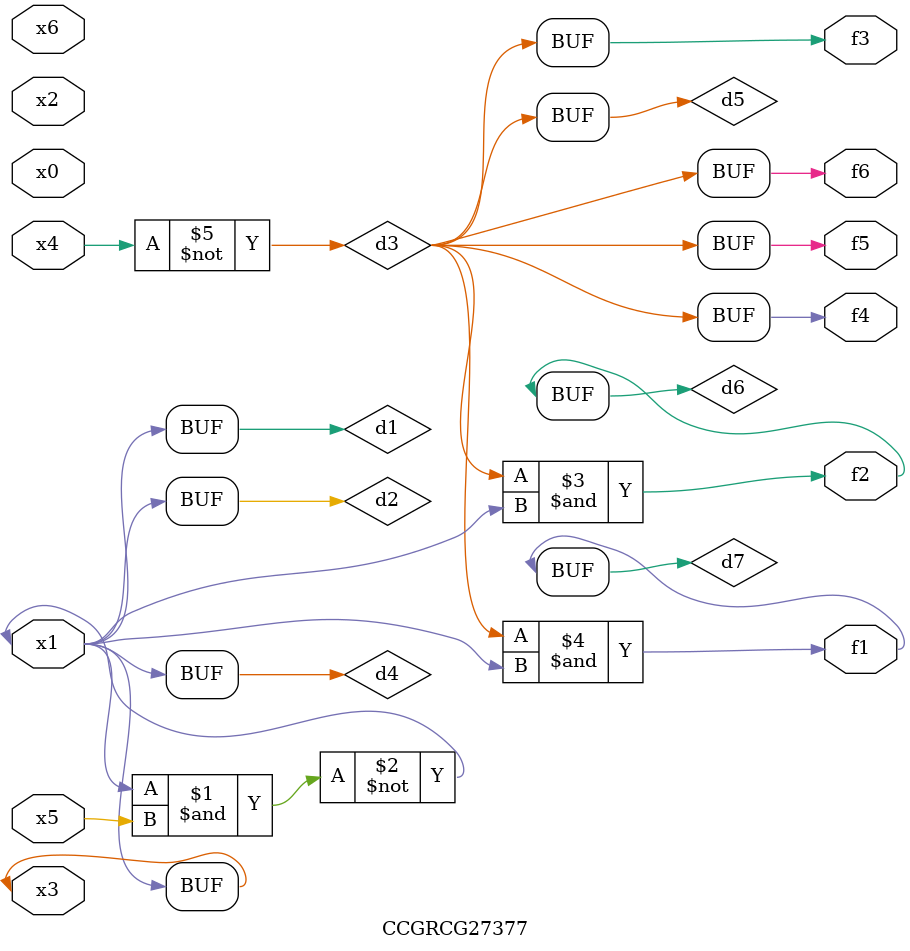
<source format=v>
module CCGRCG27377(
	input x0, x1, x2, x3, x4, x5, x6,
	output f1, f2, f3, f4, f5, f6
);

	wire d1, d2, d3, d4, d5, d6, d7;

	buf (d1, x1, x3);
	nand (d2, x1, x5);
	not (d3, x4);
	buf (d4, d1, d2);
	buf (d5, d3);
	and (d6, d3, d4);
	and (d7, d3, d4);
	assign f1 = d7;
	assign f2 = d6;
	assign f3 = d5;
	assign f4 = d5;
	assign f5 = d5;
	assign f6 = d5;
endmodule

</source>
